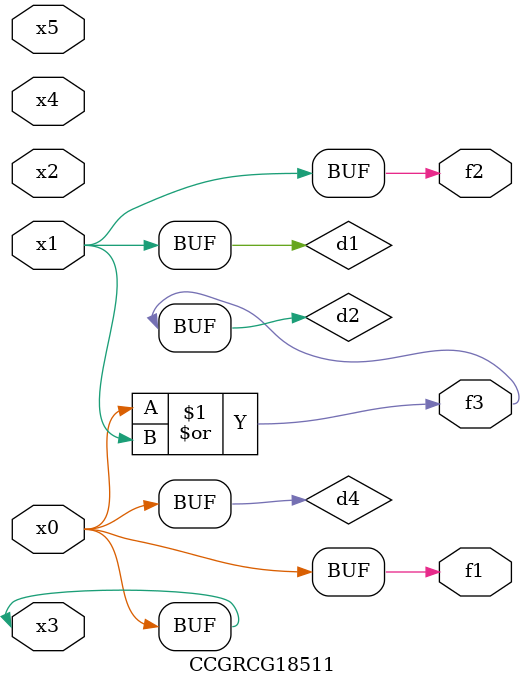
<source format=v>
module CCGRCG18511(
	input x0, x1, x2, x3, x4, x5,
	output f1, f2, f3
);

	wire d1, d2, d3, d4;

	and (d1, x1);
	or (d2, x0, x1);
	nand (d3, x0, x5);
	buf (d4, x0, x3);
	assign f1 = d4;
	assign f2 = d1;
	assign f3 = d2;
endmodule

</source>
